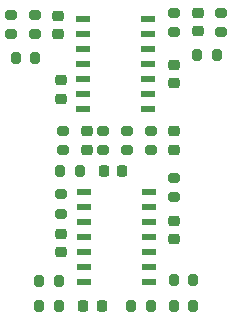
<source format=gtp>
G04 #@! TF.GenerationSoftware,KiCad,Pcbnew,7.0.9*
G04 #@! TF.CreationDate,2023-12-12T21:55:39+01:00*
G04 #@! TF.ProjectId,Leveller,4c657665-6c6c-4657-922e-6b696361645f,rev?*
G04 #@! TF.SameCoordinates,Original*
G04 #@! TF.FileFunction,Paste,Top*
G04 #@! TF.FilePolarity,Positive*
%FSLAX46Y46*%
G04 Gerber Fmt 4.6, Leading zero omitted, Abs format (unit mm)*
G04 Created by KiCad (PCBNEW 7.0.9) date 2023-12-12 21:55:39*
%MOMM*%
%LPD*%
G01*
G04 APERTURE LIST*
G04 Aperture macros list*
%AMRoundRect*
0 Rectangle with rounded corners*
0 $1 Rounding radius*
0 $2 $3 $4 $5 $6 $7 $8 $9 X,Y pos of 4 corners*
0 Add a 4 corners polygon primitive as box body*
4,1,4,$2,$3,$4,$5,$6,$7,$8,$9,$2,$3,0*
0 Add four circle primitives for the rounded corners*
1,1,$1+$1,$2,$3*
1,1,$1+$1,$4,$5*
1,1,$1+$1,$6,$7*
1,1,$1+$1,$8,$9*
0 Add four rect primitives between the rounded corners*
20,1,$1+$1,$2,$3,$4,$5,0*
20,1,$1+$1,$4,$5,$6,$7,0*
20,1,$1+$1,$6,$7,$8,$9,0*
20,1,$1+$1,$8,$9,$2,$3,0*%
G04 Aperture macros list end*
%ADD10R,1.198880X0.497840*%
%ADD11RoundRect,0.225000X-0.250000X0.225000X-0.250000X-0.225000X0.250000X-0.225000X0.250000X0.225000X0*%
%ADD12RoundRect,0.200000X0.200000X0.275000X-0.200000X0.275000X-0.200000X-0.275000X0.200000X-0.275000X0*%
%ADD13RoundRect,0.200000X-0.200000X-0.275000X0.200000X-0.275000X0.200000X0.275000X-0.200000X0.275000X0*%
%ADD14RoundRect,0.200000X0.275000X-0.200000X0.275000X0.200000X-0.275000X0.200000X-0.275000X-0.200000X0*%
%ADD15RoundRect,0.200000X-0.275000X0.200000X-0.275000X-0.200000X0.275000X-0.200000X0.275000X0.200000X0*%
%ADD16RoundRect,0.225000X0.225000X0.250000X-0.225000X0.250000X-0.225000X-0.250000X0.225000X-0.250000X0*%
%ADD17RoundRect,0.225000X0.250000X-0.225000X0.250000X0.225000X-0.250000X0.225000X-0.250000X-0.225000X0*%
%ADD18RoundRect,0.225000X-0.225000X-0.250000X0.225000X-0.250000X0.225000X0.250000X-0.225000X0.250000X0*%
G04 APERTURE END LIST*
D10*
X45221560Y-37070000D03*
X45221560Y-35800000D03*
X45221560Y-34530000D03*
X45221560Y-33260000D03*
X45221560Y-31990000D03*
X45221560Y-30720000D03*
X45221560Y-29450000D03*
X39725000Y-29450000D03*
X39725000Y-30720000D03*
X39725000Y-31990000D03*
X39725000Y-33260000D03*
X39725000Y-34530000D03*
X39725000Y-35800000D03*
X39725000Y-37070000D03*
D11*
X40025000Y-38925000D03*
X40025000Y-40475000D03*
D12*
X45450000Y-53700000D03*
X43800000Y-53700000D03*
D13*
X49400000Y-32500000D03*
X51050000Y-32500000D03*
D11*
X37625000Y-29125000D03*
X37625000Y-30675000D03*
D14*
X33625000Y-30725000D03*
X33625000Y-29075000D03*
D11*
X37825000Y-34625000D03*
X37825000Y-36175000D03*
X37825000Y-47625000D03*
X37825000Y-49175000D03*
D14*
X45425000Y-40525000D03*
X45425000Y-38875000D03*
X51425000Y-30525000D03*
X51425000Y-28875000D03*
D15*
X47425000Y-28875000D03*
X47425000Y-30525000D03*
D12*
X37650000Y-51600000D03*
X36000000Y-51600000D03*
D13*
X37800000Y-42300000D03*
X39450000Y-42300000D03*
D16*
X41300000Y-53700000D03*
X39750000Y-53700000D03*
D17*
X47425000Y-40475000D03*
X47425000Y-38925000D03*
D18*
X41450000Y-42300000D03*
X43000000Y-42300000D03*
D15*
X41425000Y-38875000D03*
X41425000Y-40525000D03*
X35625000Y-29075000D03*
X35625000Y-30725000D03*
D13*
X47400000Y-51500000D03*
X49050000Y-51500000D03*
X47400000Y-53700000D03*
X49050000Y-53700000D03*
D11*
X49425000Y-28925000D03*
X49425000Y-30475000D03*
D17*
X47425000Y-34875000D03*
X47425000Y-33325000D03*
D13*
X36000000Y-53700000D03*
X37650000Y-53700000D03*
D15*
X38025000Y-38875000D03*
X38025000Y-40525000D03*
D14*
X47425000Y-44525000D03*
X47425000Y-42875000D03*
D13*
X34000000Y-32700000D03*
X35650000Y-32700000D03*
D15*
X43425000Y-38875000D03*
X43425000Y-40525000D03*
D10*
X45273280Y-51710000D03*
X45273280Y-50440000D03*
X45273280Y-49170000D03*
X45273280Y-47900000D03*
X45273280Y-46630000D03*
X45273280Y-45360000D03*
X45273280Y-44090000D03*
X39776720Y-44090000D03*
X39776720Y-45360000D03*
X39776720Y-46630000D03*
X39776720Y-47900000D03*
X39776720Y-49170000D03*
X39776720Y-50440000D03*
X39776720Y-51710000D03*
D11*
X47425000Y-46525000D03*
X47425000Y-48075000D03*
D15*
X37825000Y-44275000D03*
X37825000Y-45925000D03*
M02*

</source>
